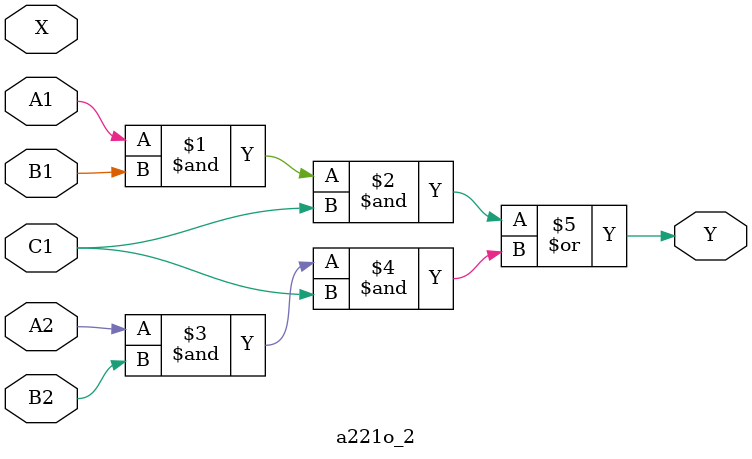
<source format=v>

module a221o_2 (
    input X,
    input A1,
    input A2,
    input B1,
    input B2,
    input C1,
    output Y
);

    assign Y = (A1 & B1 & C1) | (A2 & B2 & C1);

endmodule

</source>
